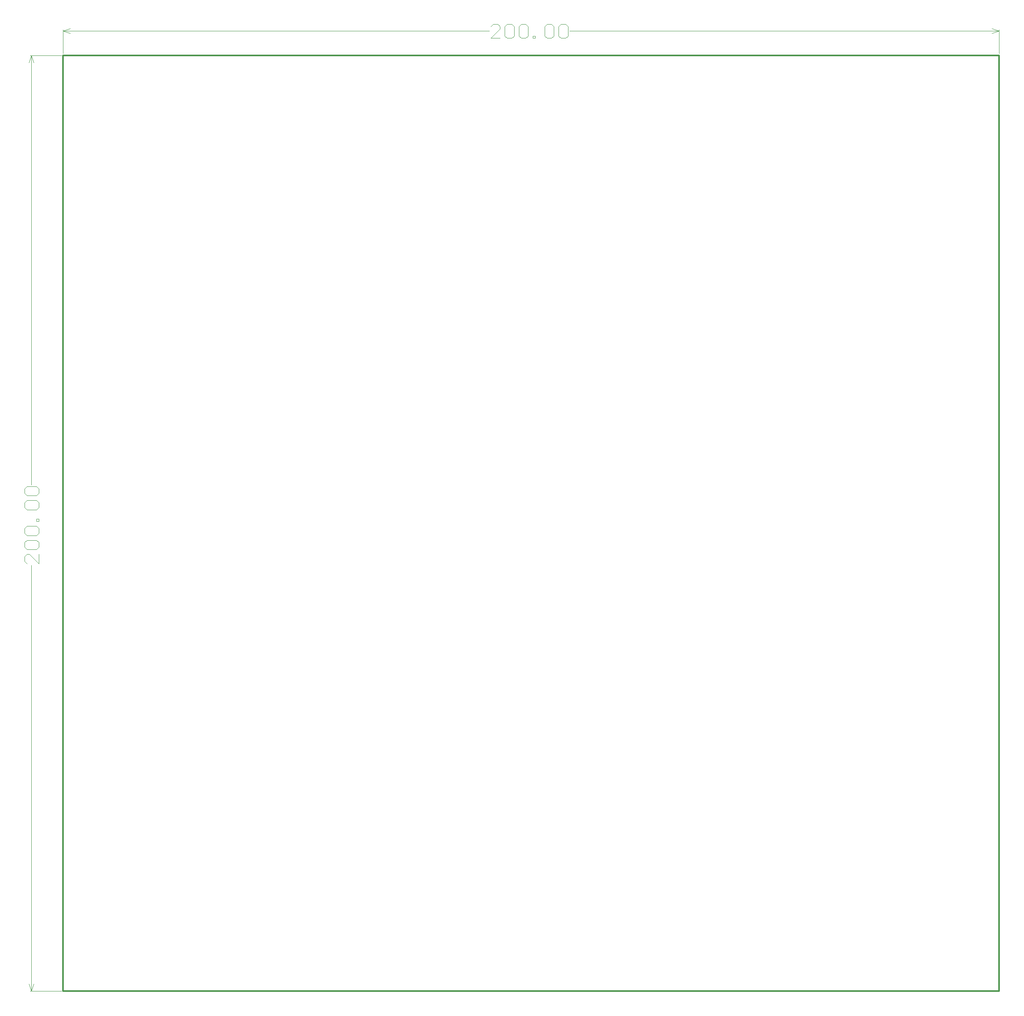
<source format=gbr>
G04*
G04 #@! TF.GenerationSoftware,Altium Limited,Altium Designer,25.0.2 (28)*
G04*
G04 Layer_Color=16711935*
%FSLAX24Y24*%
%MOIN*%
G70*
G04*
G04 #@! TF.SameCoordinates,4B7BC283-7035-4C9F-97D5-5998C8FB6373*
G04*
G04*
G04 #@! TF.FilePolarity,Positive*
G04*
G01*
G75*
%ADD11C,0.0039*%
%ADD68C,0.0118*%
D11*
X78124Y80602D02*
X78724Y80802D01*
X78124Y81002D02*
X78724Y80802D01*
X-16D02*
X584Y81002D01*
X-16Y80802D02*
X584Y80602D01*
X42601Y80802D02*
X78724D01*
X-16D02*
X35829D01*
X78724Y78883D02*
Y80902D01*
X-16Y78883D02*
Y80902D01*
X-2905Y584D02*
X-2705Y-16D01*
X-2505Y584D01*
X-2705Y78724D02*
X-2505Y78124D01*
X-2905D02*
X-2705Y78724D01*
Y-16D02*
Y35829D01*
Y42601D02*
Y78724D01*
X-2805Y-16D02*
X-175D01*
X-2805Y78724D02*
X-175D01*
X36755Y80173D02*
X35968D01*
X36755Y80960D01*
Y81156D01*
X36558Y81353D01*
X36165D01*
X35968Y81156D01*
X37149D02*
X37345Y81353D01*
X37739D01*
X37936Y81156D01*
Y80369D01*
X37739Y80173D01*
X37345D01*
X37149Y80369D01*
Y81156D01*
X38329D02*
X38526Y81353D01*
X38920D01*
X39117Y81156D01*
Y80369D01*
X38920Y80173D01*
X38526D01*
X38329Y80369D01*
Y81156D01*
X39510Y80173D02*
Y80369D01*
X39707D01*
Y80173D01*
X39510D01*
X40494Y81156D02*
X40691Y81353D01*
X41084D01*
X41281Y81156D01*
Y80369D01*
X41084Y80173D01*
X40691D01*
X40494Y80369D01*
Y81156D01*
X41675D02*
X41872Y81353D01*
X42265D01*
X42462Y81156D01*
Y80369D01*
X42265Y80173D01*
X41872D01*
X41675Y80369D01*
Y81156D01*
X-2075Y36755D02*
Y35968D01*
X-2862Y36755D01*
X-3059D01*
X-3256Y36558D01*
Y36165D01*
X-3059Y35968D01*
Y37149D02*
X-3256Y37345D01*
Y37739D01*
X-3059Y37936D01*
X-2272D01*
X-2075Y37739D01*
Y37345D01*
X-2272Y37149D01*
X-3059D01*
Y38329D02*
X-3256Y38526D01*
Y38920D01*
X-3059Y39117D01*
X-2272D01*
X-2075Y38920D01*
Y38526D01*
X-2272Y38329D01*
X-3059D01*
X-2075Y39510D02*
X-2272D01*
Y39707D01*
X-2075D01*
Y39510D01*
X-3059Y40494D02*
X-3256Y40691D01*
Y41084D01*
X-3059Y41281D01*
X-2272D01*
X-2075Y41084D01*
Y40691D01*
X-2272Y40494D01*
X-3059D01*
Y41675D02*
X-3256Y41872D01*
Y42265D01*
X-3059Y42462D01*
X-2272D01*
X-2075Y42265D01*
Y41872D01*
X-2272Y41675D01*
X-3059D01*
D68*
X78724Y-16D02*
Y78724D01*
X-16Y-16D02*
X78724D01*
X-16D02*
Y78724D01*
X78724D01*
M02*

</source>
